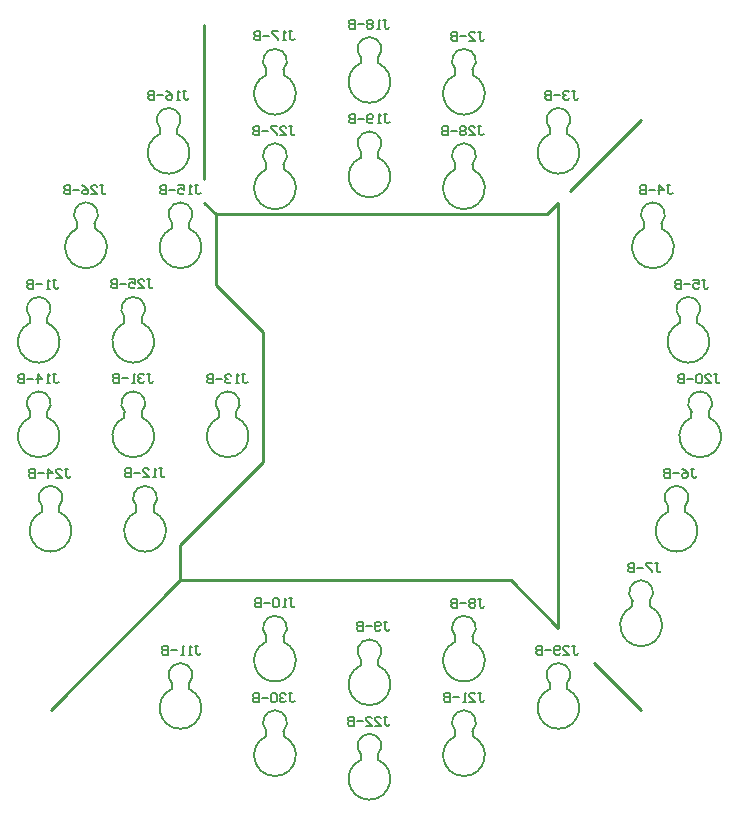
<source format=gbr>
G04 Layer_Color=32896*
%FSLAX26Y26*%
%MOIN*%
%TF.FileFunction,Legend,Bot*%
%TF.Part,Single*%
G01*
G75*
%TA.AperFunction,NonConductor*%
%ADD13C,0.010000*%
%ADD21C,0.005000*%
D13*
X-433070Y433070D02*
Y669292D01*
X-472440Y708662D02*
X-433070Y669292D01*
X708662Y-708662D02*
Y708662D01*
X748032Y748032D02*
X984252Y984252D01*
X-984252Y-984252D02*
X-551182Y-551182D01*
X551182D01*
X708662Y-708662D01*
X-551182Y-551182D02*
Y-433070D01*
X-275590Y-157480D01*
Y275590D01*
X-433070Y433070D02*
X-275590Y275590D01*
X669292Y669292D02*
X708662Y708662D01*
X-433070Y669292D02*
X669292D01*
X-472441Y787402D02*
Y1299213D01*
X826772Y-826772D02*
X984252Y-984252D01*
D21*
X-562267Y955968D02*
G03*
X-618836Y955968I-28284J28284D01*
G01*
X-619660Y937321D02*
G03*
X-561443Y937321I29108J-63069D01*
G01*
X-837857Y641007D02*
G03*
X-894426Y641007I-28284J28284D01*
G01*
X-895250Y622360D02*
G03*
X-837033Y622360I29108J-63069D01*
G01*
X-522897Y641007D02*
G03*
X-579465Y641007I-28284J28284D01*
G01*
X-580290Y622360D02*
G03*
X-522073Y622360I29108J-63069D01*
G01*
X-995338Y326046D02*
G03*
X-1051906Y326046I-28284J28284D01*
G01*
X-1052731Y307400D02*
G03*
X-994514Y307400I29108J-63069D01*
G01*
X-680377Y326046D02*
G03*
X-736946Y326046I-28284J28284D01*
G01*
X-737770Y307400D02*
G03*
X-679553Y307400I29108J-63069D01*
G01*
X-680377Y11086D02*
G03*
X-736946Y11086I-28284J28284D01*
G01*
X-737770Y-7561D02*
G03*
X-679553Y-7561I29108J-63069D01*
G01*
X-995338Y11086D02*
G03*
X-1051906Y11086I-28284J28284D01*
G01*
X-1052731Y-7561D02*
G03*
X-994514Y-7561I29108J-63069D01*
G01*
X-365416Y11086D02*
G03*
X-421985Y11086I-28284J28284D01*
G01*
X-422809Y-7561D02*
G03*
X-364592Y-7561I29108J-63069D01*
G01*
X-955968Y-303875D02*
G03*
X-1012536Y-303875I-28284J28284D01*
G01*
X-1013361Y-322522D02*
G03*
X-955144Y-322522I29108J-63069D01*
G01*
X-641007Y-303875D02*
G03*
X-697576Y-303875I-28284J28284D01*
G01*
X-698400Y-322522D02*
G03*
X-640183Y-322522I29108J-63069D01*
G01*
X-207936Y1152818D02*
G03*
X-264505Y1152818I-28284J28284D01*
G01*
X-265329Y1134171D02*
G03*
X-207112Y1134171I29108J-63069D01*
G01*
X-207936Y837857D02*
G03*
X-264505Y837857I-28284J28284D01*
G01*
X-265329Y819211D02*
G03*
X-207112Y819211I29108J-63069D01*
G01*
X107025Y1192188D02*
G03*
X50456Y1192188I-28284J28284D01*
G01*
X49632Y1173541D02*
G03*
X107849Y1173541I29108J-63069D01*
G01*
X107025Y877227D02*
G03*
X50456Y877227I-28284J28284D01*
G01*
X49632Y858581D02*
G03*
X107849Y858581I29108J-63069D01*
G01*
X421985Y1152818D02*
G03*
X365416Y1152818I-28284J28284D01*
G01*
X364592Y1134171D02*
G03*
X422809Y1134171I29108J-63069D01*
G01*
X421985Y837857D02*
G03*
X365416Y837857I-28284J28284D01*
G01*
X364592Y819211D02*
G03*
X422809Y819211I29108J-63069D01*
G01*
X736946Y955968D02*
G03*
X680377Y955968I-28284J28284D01*
G01*
X679553Y937321D02*
G03*
X737770Y937321I29108J-63069D01*
G01*
X1051906Y641007D02*
G03*
X995338Y641007I-28284J28284D01*
G01*
X994514Y622360D02*
G03*
X1052730Y622360I29108J-63069D01*
G01*
X1170017Y326046D02*
G03*
X1113448Y326046I-28284J28284D01*
G01*
X1112624Y307400D02*
G03*
X1170841Y307400I29108J-63069D01*
G01*
X1209387Y11086D02*
G03*
X1152818Y11086I-28284J28284D01*
G01*
X1151994Y-7561D02*
G03*
X1210211Y-7561I29108J-63069D01*
G01*
X1130647Y-303875D02*
G03*
X1074078Y-303875I-28284J28284D01*
G01*
X1073254Y-322522D02*
G03*
X1131471Y-322522I29108J-63069D01*
G01*
X1012536Y-618836D02*
G03*
X955968Y-618836I-28284J28284D01*
G01*
X955143Y-637482D02*
G03*
X1013360Y-637482I29108J-63069D01*
G01*
X-522897Y-894426D02*
G03*
X-579465Y-894426I-28284J28284D01*
G01*
X-580290Y-913073D02*
G03*
X-522073Y-913073I29108J-63069D01*
G01*
X-207936Y-1051906D02*
G03*
X-264505Y-1051906I-28284J28284D01*
G01*
X-265329Y-1070553D02*
G03*
X-207112Y-1070553I29108J-63069D01*
G01*
X-207936Y-736946D02*
G03*
X-264505Y-736946I-28284J28284D01*
G01*
X-265329Y-755592D02*
G03*
X-207112Y-755592I29108J-63069D01*
G01*
X107024Y-1130647D02*
G03*
X50456Y-1130647I-28284J28284D01*
G01*
X49632Y-1149293D02*
G03*
X107849Y-1149293I29108J-63069D01*
G01*
X107024Y-815686D02*
G03*
X50456Y-815686I-28284J28284D01*
G01*
X49632Y-834333D02*
G03*
X107849Y-834333I29108J-63069D01*
G01*
X421985Y-1051906D02*
G03*
X365416Y-1051906I-28284J28284D01*
G01*
X364592Y-1070553D02*
G03*
X422809Y-1070553I29108J-63069D01*
G01*
X421985Y-736946D02*
G03*
X365416Y-736946I-28284J28284D01*
G01*
X364592Y-755592D02*
G03*
X422809Y-755592I29108J-63069D01*
G01*
X736946Y-894426D02*
G03*
X680377Y-894426I-28284J28284D01*
G01*
X679553Y-913073D02*
G03*
X737770Y-913073I29108J-63069D01*
G01*
X-619660Y955144D02*
X-618836Y955968D01*
X-619660Y937320D02*
Y955144D01*
X-562266Y955968D02*
X-561442Y955144D01*
Y937320D02*
Y955144D01*
X-895250Y640182D02*
X-894426Y641008D01*
X-895250Y622360D02*
Y640182D01*
X-837858Y641008D02*
X-837034Y640182D01*
Y622360D02*
Y640182D01*
X-580290D02*
X-579466Y641008D01*
X-580290Y622360D02*
Y640182D01*
X-522896Y641008D02*
X-522072Y640182D01*
Y622360D02*
Y640182D01*
X-1052730Y325222D02*
X-1051906Y326046D01*
X-1052730Y307400D02*
Y325222D01*
X-995338Y326046D02*
X-994514Y325222D01*
Y307400D02*
Y325222D01*
X-737770D02*
X-736946Y326046D01*
X-737770Y307400D02*
Y325222D01*
X-680378Y326046D02*
X-679552Y325222D01*
Y307400D02*
Y325222D01*
X-737770Y10262D02*
X-736946Y11086D01*
X-737770Y-7560D02*
Y10262D01*
X-680378Y11086D02*
X-679552Y10262D01*
Y-7560D02*
Y10262D01*
X-1052730D02*
X-1051906Y11086D01*
X-1052730Y-7560D02*
Y10262D01*
X-995338Y11086D02*
X-994514Y10262D01*
Y-7560D02*
Y10262D01*
X-422810D02*
X-421986Y11086D01*
X-422810Y-7562D02*
Y10262D01*
X-365416Y11086D02*
X-364592Y10262D01*
Y-7562D02*
Y10262D01*
X-1013360Y-304700D02*
X-1012536Y-303874D01*
X-1013360Y-322522D02*
Y-304700D01*
X-955968Y-303874D02*
X-955144Y-304700D01*
Y-322522D02*
Y-304700D01*
X-698400Y-304698D02*
X-697576Y-303874D01*
X-698400Y-322522D02*
Y-304698D01*
X-641006Y-303874D02*
X-640182Y-304698D01*
Y-322522D02*
Y-304698D01*
X-265328Y1151994D02*
X-264504Y1152818D01*
X-265328Y1134172D02*
Y1151994D01*
X-207936Y1152818D02*
X-207112Y1151994D01*
Y1134172D02*
Y1151994D01*
X-265328Y837034D02*
X-264504Y837858D01*
X-265328Y819210D02*
Y837034D01*
X-207936Y837858D02*
X-207112Y837034D01*
Y819210D02*
Y837034D01*
X49632Y1191364D02*
X50456Y1192188D01*
X49632Y1173542D02*
Y1191364D01*
X107024Y1192188D02*
X107848Y1191364D01*
Y1173542D02*
Y1191364D01*
X49632Y876404D02*
X50456Y877228D01*
X49632Y858580D02*
Y876404D01*
X107024Y877228D02*
X107848Y876404D01*
Y858580D02*
Y876404D01*
X364592Y1151994D02*
X365416Y1152818D01*
X364592Y1134172D02*
Y1151994D01*
X421986Y1152818D02*
X422810Y1151994D01*
Y1134172D02*
Y1151994D01*
X364592Y837034D02*
X365416Y837858D01*
X364592Y819210D02*
Y837034D01*
X421986Y837858D02*
X422810Y837034D01*
Y819210D02*
Y837034D01*
X679552Y955144D02*
X680378Y955968D01*
X679552Y937320D02*
Y955144D01*
X736946Y955968D02*
X737770Y955144D01*
Y937320D02*
Y955144D01*
X994514Y640182D02*
X995338Y641008D01*
X994514Y622360D02*
Y640182D01*
X1051906Y641008D02*
X1052730Y640182D01*
Y622360D02*
Y640182D01*
X1112624Y325222D02*
X1113448Y326046D01*
X1112624Y307400D02*
Y325222D01*
X1170016Y326046D02*
X1170840Y325222D01*
Y307400D02*
Y325222D01*
X1151994Y10262D02*
X1152818Y11086D01*
X1151994Y-7560D02*
Y10262D01*
X1209386Y11086D02*
X1210210Y10262D01*
Y-7560D02*
Y10262D01*
X1073254Y-304700D02*
X1074078Y-303874D01*
X1073254Y-322522D02*
Y-304700D01*
X1130646Y-303874D02*
X1131470Y-304700D01*
Y-322522D02*
Y-304700D01*
X955144Y-619660D02*
X955968Y-618836D01*
X955144Y-637482D02*
Y-619660D01*
X1012536Y-618836D02*
X1013360Y-619660D01*
Y-637482D02*
Y-619660D01*
X-580290Y-895250D02*
X-579466Y-894426D01*
X-580290Y-913072D02*
Y-895250D01*
X-522896Y-894426D02*
X-522072Y-895250D01*
Y-913072D02*
Y-895250D01*
X-265328Y-1052730D02*
X-264504Y-1051906D01*
X-265328Y-1070554D02*
Y-1052730D01*
X-207936Y-1051906D02*
X-207112Y-1052730D01*
Y-1070554D02*
Y-1052730D01*
X-265328Y-737770D02*
X-264504Y-736946D01*
X-265328Y-755592D02*
Y-737770D01*
X-207936Y-736946D02*
X-207112Y-737770D01*
Y-755592D02*
Y-737770D01*
X49632Y-1131470D02*
X50456Y-1130646D01*
X49632Y-1149294D02*
Y-1131470D01*
X107024Y-1130646D02*
X107848Y-1131470D01*
Y-1149294D02*
Y-1131470D01*
X49632Y-816510D02*
X50456Y-815686D01*
X49632Y-834332D02*
Y-816510D01*
X107024Y-815686D02*
X107848Y-816510D01*
Y-834332D02*
Y-816510D01*
X364592Y-1052730D02*
X365416Y-1051906D01*
X364592Y-1070554D02*
Y-1052730D01*
X421986Y-1051906D02*
X422810Y-1052730D01*
Y-1070554D02*
Y-1052730D01*
X364592Y-737770D02*
X365416Y-736946D01*
X364592Y-755592D02*
Y-737770D01*
X421986Y-736946D02*
X422810Y-737770D01*
Y-755592D02*
Y-737770D01*
X679552Y-895250D02*
X680378Y-894426D01*
X679552Y-913072D02*
Y-895250D01*
X736946Y-894426D02*
X737770Y-895250D01*
Y-913072D02*
Y-895250D01*
X-976639Y451321D02*
X-966643D01*
X-971641D01*
Y426329D01*
X-966643Y421331D01*
X-961644D01*
X-956646Y426329D01*
X-986636Y421331D02*
X-996633D01*
X-991634D01*
Y451321D01*
X-986636Y446323D01*
X-1011628Y436326D02*
X-1031621D01*
X-1041618Y451321D02*
Y421331D01*
X-1056613D01*
X-1061612Y426329D01*
Y431327D01*
X-1056613Y436326D01*
X-1041618D01*
X-1056613D01*
X-1061612Y441324D01*
Y446323D01*
X-1056613Y451321D01*
X-1041618D01*
X440857Y1278250D02*
X450854D01*
X445855D01*
Y1253258D01*
X450854Y1248260D01*
X455852D01*
X460850Y1253258D01*
X410867Y1248260D02*
X430860D01*
X410867Y1268253D01*
Y1273252D01*
X415865Y1278250D01*
X425862D01*
X430860Y1273252D01*
X400870Y1263255D02*
X380876D01*
X370880Y1278250D02*
Y1248260D01*
X355884D01*
X350886Y1253258D01*
Y1258257D01*
X355884Y1263255D01*
X370880D01*
X355884D01*
X350886Y1268253D01*
Y1273252D01*
X355884Y1278250D01*
X370880D01*
X755487Y1081841D02*
X765484D01*
X760485D01*
Y1056849D01*
X765484Y1051850D01*
X770482D01*
X775481Y1056849D01*
X745490Y1076842D02*
X740492Y1081841D01*
X730495D01*
X725497Y1076842D01*
Y1071844D01*
X730495Y1066846D01*
X735493D01*
X730495D01*
X725497Y1061847D01*
Y1056849D01*
X730495Y1051850D01*
X740492D01*
X745490Y1056849D01*
X715500Y1066846D02*
X695506D01*
X685510Y1081841D02*
Y1051850D01*
X670514D01*
X665516Y1056849D01*
Y1061847D01*
X670514Y1066846D01*
X685510D01*
X670514D01*
X665516Y1071844D01*
Y1076842D01*
X670514Y1081841D01*
X685510D01*
X1070416Y766471D02*
X1080413D01*
X1075414D01*
Y741479D01*
X1080413Y736480D01*
X1085411D01*
X1090409Y741479D01*
X1045424Y736480D02*
Y766471D01*
X1060419Y751476D01*
X1040426D01*
X1030429D02*
X1010435D01*
X1000438Y766471D02*
Y736480D01*
X985443D01*
X980445Y741479D01*
Y746477D01*
X985443Y751476D01*
X1000438D01*
X985443D01*
X980445Y756474D01*
Y761472D01*
X985443Y766471D01*
X1000438D01*
X1188786Y451990D02*
X1198783D01*
X1193784D01*
Y426998D01*
X1198783Y422000D01*
X1203781D01*
X1208780Y426998D01*
X1158796Y451990D02*
X1178789D01*
Y436995D01*
X1168792Y441993D01*
X1163794D01*
X1158796Y436995D01*
Y426998D01*
X1163794Y422000D01*
X1173791D01*
X1178789Y426998D01*
X1148799Y436995D02*
X1128805D01*
X1118809Y451990D02*
Y422000D01*
X1103813D01*
X1098815Y426998D01*
Y431997D01*
X1103813Y436995D01*
X1118809D01*
X1103813D01*
X1098815Y441993D01*
Y446992D01*
X1103813Y451990D01*
X1118809D01*
X1149487Y-178380D02*
X1159484D01*
X1154485D01*
Y-203372D01*
X1159484Y-208370D01*
X1164482D01*
X1169480Y-203372D01*
X1119496Y-178380D02*
X1129493Y-183378D01*
X1139490Y-193375D01*
Y-203372D01*
X1134492Y-208370D01*
X1124495D01*
X1119496Y-203372D01*
Y-198373D01*
X1124495Y-193375D01*
X1139490D01*
X1109500D02*
X1089506D01*
X1079509Y-178380D02*
Y-208370D01*
X1064514D01*
X1059516Y-203372D01*
Y-198373D01*
X1064514Y-193375D01*
X1079509D01*
X1064514D01*
X1059516Y-188377D01*
Y-183378D01*
X1064514Y-178380D01*
X1079509D01*
X1031377Y-493490D02*
X1041373D01*
X1036375D01*
Y-518482D01*
X1041373Y-523480D01*
X1046372D01*
X1051370Y-518482D01*
X1021380Y-493490D02*
X1001386D01*
Y-498488D01*
X1021380Y-518482D01*
Y-523480D01*
X991389Y-508485D02*
X971396D01*
X961399Y-493490D02*
Y-523480D01*
X946404D01*
X941406Y-518482D01*
Y-513484D01*
X946404Y-508485D01*
X961399D01*
X946404D01*
X941406Y-503487D01*
Y-498488D01*
X946404Y-493490D01*
X961399D01*
X440636Y-611640D02*
X450633D01*
X445635D01*
Y-636631D01*
X450633Y-641630D01*
X455632D01*
X460630Y-636631D01*
X430640Y-616638D02*
X425641Y-611640D01*
X415644D01*
X410646Y-616638D01*
Y-621636D01*
X415644Y-626635D01*
X410646Y-631633D01*
Y-636631D01*
X415644Y-641630D01*
X425641D01*
X430640Y-636631D01*
Y-631633D01*
X425641Y-626635D01*
X430640Y-621636D01*
Y-616638D01*
X425641Y-626635D02*
X415644D01*
X400649D02*
X380656D01*
X370659Y-611640D02*
Y-641630D01*
X355664D01*
X350666Y-636631D01*
Y-631633D01*
X355664Y-626635D01*
X370659D01*
X355664D01*
X350666Y-621636D01*
Y-616638D01*
X355664Y-611640D01*
X370659D01*
X126156Y-689419D02*
X136153D01*
X131154D01*
Y-714411D01*
X136153Y-719409D01*
X141151D01*
X146149Y-714411D01*
X116159D02*
X111161Y-719409D01*
X101164D01*
X96166Y-714411D01*
Y-694418D01*
X101164Y-689419D01*
X111161D01*
X116159Y-694418D01*
Y-699416D01*
X111161Y-704414D01*
X96166D01*
X86169D02*
X66175D01*
X56179Y-689419D02*
Y-719409D01*
X41183D01*
X36185Y-714411D01*
Y-709413D01*
X41183Y-704414D01*
X56179D01*
X41183D01*
X36185Y-699416D01*
Y-694418D01*
X41183Y-689419D01*
X56179D01*
X-189364Y-610899D02*
X-179367D01*
X-184365D01*
Y-635891D01*
X-179367Y-640890D01*
X-174369D01*
X-169370Y-635891D01*
X-199360Y-640890D02*
X-209357D01*
X-204359D01*
Y-610899D01*
X-199360Y-615898D01*
X-224352D02*
X-229351Y-610899D01*
X-239347D01*
X-244346Y-615898D01*
Y-635891D01*
X-239347Y-640890D01*
X-229351D01*
X-224352Y-635891D01*
Y-615898D01*
X-254343Y-625894D02*
X-274336D01*
X-284333Y-610899D02*
Y-640890D01*
X-299328D01*
X-304326Y-635891D01*
Y-630893D01*
X-299328Y-625894D01*
X-284333D01*
X-299328D01*
X-304326Y-620896D01*
Y-615898D01*
X-299328Y-610899D01*
X-284333D01*
X-504103Y-768159D02*
X-494107D01*
X-499105D01*
Y-793151D01*
X-494107Y-798150D01*
X-489108D01*
X-484110Y-793151D01*
X-514100Y-798150D02*
X-524097D01*
X-519099D01*
Y-768159D01*
X-514100Y-773158D01*
X-539092Y-798150D02*
X-549089D01*
X-544091D01*
Y-768159D01*
X-539092Y-773158D01*
X-564084Y-783154D02*
X-584078D01*
X-594074Y-768159D02*
Y-798150D01*
X-609070D01*
X-614068Y-793151D01*
Y-788153D01*
X-609070Y-783154D01*
X-594074D01*
X-609070D01*
X-614068Y-778156D01*
Y-773158D01*
X-609070Y-768159D01*
X-594074D01*
X-622734Y-177773D02*
X-612737D01*
X-617735D01*
Y-202765D01*
X-612737Y-207764D01*
X-607739D01*
X-602740Y-202765D01*
X-632730Y-207764D02*
X-642727D01*
X-637729D01*
Y-177773D01*
X-632730Y-182772D01*
X-677716Y-207764D02*
X-657722D01*
X-677716Y-187770D01*
Y-182772D01*
X-672717Y-177773D01*
X-662721D01*
X-657722Y-182772D01*
X-687713Y-192768D02*
X-707706D01*
X-717703Y-177773D02*
Y-207764D01*
X-732698D01*
X-737696Y-202765D01*
Y-197767D01*
X-732698Y-192768D01*
X-717703D01*
X-732698D01*
X-737696Y-187770D01*
Y-182772D01*
X-732698Y-177773D01*
X-717703D01*
X-347143Y136636D02*
X-337146D01*
X-342145D01*
Y111644D01*
X-337146Y106646D01*
X-332148D01*
X-327150Y111644D01*
X-357140Y106646D02*
X-367137D01*
X-362138D01*
Y136636D01*
X-357140Y131637D01*
X-382132D02*
X-387130Y136636D01*
X-397127D01*
X-402125Y131637D01*
Y126639D01*
X-397127Y121641D01*
X-392129D01*
X-397127D01*
X-402125Y116642D01*
Y111644D01*
X-397127Y106646D01*
X-387130D01*
X-382132Y111644D01*
X-412122Y121641D02*
X-432116D01*
X-442112Y136636D02*
Y106646D01*
X-457108D01*
X-462106Y111644D01*
Y116642D01*
X-457108Y121641D01*
X-442112D01*
X-457108D01*
X-462106Y126639D01*
Y131637D01*
X-457108Y136636D01*
X-442112D01*
X-976639Y136360D02*
X-966643D01*
X-971641D01*
Y111368D01*
X-966643Y106370D01*
X-961644D01*
X-956646Y111368D01*
X-986636Y106370D02*
X-996633D01*
X-991634D01*
Y136360D01*
X-986636Y131362D01*
X-1026623Y106370D02*
Y136360D01*
X-1011628Y121365D01*
X-1031621D01*
X-1041618D02*
X-1061612D01*
X-1071609Y136360D02*
Y106370D01*
X-1086604D01*
X-1091602Y111368D01*
Y116367D01*
X-1086604Y121365D01*
X-1071609D01*
X-1086604D01*
X-1091602Y126364D01*
Y131362D01*
X-1086604Y136360D01*
X-1071609D01*
X-504198Y767006D02*
X-494202D01*
X-499200D01*
Y742014D01*
X-494202Y737016D01*
X-489203D01*
X-484205Y742014D01*
X-514195Y737016D02*
X-524192D01*
X-519193D01*
Y767006D01*
X-514195Y762008D01*
X-559180Y767006D02*
X-539187D01*
Y752011D01*
X-549184Y757009D01*
X-554182D01*
X-559180Y752011D01*
Y742014D01*
X-554182Y737016D01*
X-544185D01*
X-539187Y742014D01*
X-569177Y752011D02*
X-589171D01*
X-599168Y767006D02*
Y737016D01*
X-614163D01*
X-619161Y742014D01*
Y747013D01*
X-614163Y752011D01*
X-599168D01*
X-614163D01*
X-619161Y757009D01*
Y762008D01*
X-614163Y767006D01*
X-599168D01*
X-543143Y1081416D02*
X-533146D01*
X-538145D01*
Y1056424D01*
X-533146Y1051425D01*
X-528148D01*
X-523150Y1056424D01*
X-553140Y1051425D02*
X-563137D01*
X-558138D01*
Y1081416D01*
X-553140Y1076417D01*
X-598125Y1081416D02*
X-588129Y1076417D01*
X-578132Y1066420D01*
Y1056424D01*
X-583130Y1051425D01*
X-593127D01*
X-598125Y1056424D01*
Y1061422D01*
X-593127Y1066420D01*
X-578132D01*
X-608122D02*
X-628116D01*
X-638112Y1081416D02*
Y1051425D01*
X-653108D01*
X-658106Y1056424D01*
Y1061422D01*
X-653108Y1066420D01*
X-638112D01*
X-653108D01*
X-658106Y1071419D01*
Y1076417D01*
X-653108Y1081416D01*
X-638112D01*
X-189513Y1278880D02*
X-179516D01*
X-184515D01*
Y1253888D01*
X-179516Y1248890D01*
X-174518D01*
X-169520Y1253888D01*
X-199510Y1248890D02*
X-209507D01*
X-204508D01*
Y1278880D01*
X-199510Y1273882D01*
X-224502Y1278880D02*
X-244495D01*
Y1273882D01*
X-224502Y1253888D01*
Y1248890D01*
X-254492Y1263885D02*
X-274486D01*
X-284482Y1278880D02*
Y1248890D01*
X-299478D01*
X-304476Y1253888D01*
Y1258887D01*
X-299478Y1263885D01*
X-284482D01*
X-299478D01*
X-304476Y1268883D01*
Y1273882D01*
X-299478Y1278880D01*
X-284482D01*
X125267Y1318360D02*
X135263D01*
X130265D01*
Y1293368D01*
X135263Y1288370D01*
X140262D01*
X145260Y1293368D01*
X115270Y1288370D02*
X105273D01*
X110272D01*
Y1318360D01*
X115270Y1313362D01*
X90278D02*
X85280Y1318360D01*
X75283D01*
X70284Y1313362D01*
Y1308363D01*
X75283Y1303365D01*
X70284Y1298367D01*
Y1293368D01*
X75283Y1288370D01*
X85280D01*
X90278Y1293368D01*
Y1298367D01*
X85280Y1303365D01*
X90278Y1308363D01*
Y1313362D01*
X85280Y1303365D02*
X75283D01*
X60288D02*
X40294D01*
X30297Y1318360D02*
Y1288370D01*
X15302D01*
X10304Y1293368D01*
Y1298367D01*
X15302Y1303365D01*
X30297D01*
X15302D01*
X10304Y1308363D01*
Y1313362D01*
X15302Y1318360D01*
X30297D01*
X126117Y1003250D02*
X136114D01*
X131115D01*
Y978258D01*
X136114Y973260D01*
X141112D01*
X146111Y978258D01*
X116120Y973260D02*
X106124D01*
X111122D01*
Y1003250D01*
X116120Y998252D01*
X91128Y978258D02*
X86130Y973260D01*
X76133D01*
X71135Y978258D01*
Y998252D01*
X76133Y1003250D01*
X86130D01*
X91128Y998252D01*
Y993253D01*
X86130Y988255D01*
X71135D01*
X61138D02*
X41145D01*
X31148Y1003250D02*
Y973260D01*
X16153D01*
X11154Y978258D01*
Y983257D01*
X16153Y988255D01*
X31148D01*
X16153D01*
X11154Y993253D01*
Y998252D01*
X16153Y1003250D01*
X31148D01*
X1228526Y136990D02*
X1238523D01*
X1233525D01*
Y111998D01*
X1238523Y107000D01*
X1243521D01*
X1248520Y111998D01*
X1198536Y107000D02*
X1218530D01*
X1198536Y126993D01*
Y131992D01*
X1203534Y136990D01*
X1213531D01*
X1218530Y131992D01*
X1188539D02*
X1183541Y136990D01*
X1173544D01*
X1168546Y131992D01*
Y111998D01*
X1173544Y107000D01*
X1183541D01*
X1188539Y111998D01*
Y131992D01*
X1158549Y121995D02*
X1138555D01*
X1128559Y136990D02*
Y107000D01*
X1113563D01*
X1108565Y111998D01*
Y116997D01*
X1113563Y121995D01*
X1128559D01*
X1113563D01*
X1108565Y126993D01*
Y131992D01*
X1113563Y136990D01*
X1128559D01*
X440857Y-925860D02*
X450854D01*
X445855D01*
Y-950852D01*
X450854Y-955850D01*
X455852D01*
X460850Y-950852D01*
X410867Y-955850D02*
X430860D01*
X410867Y-935857D01*
Y-930858D01*
X415865Y-925860D01*
X425862D01*
X430860Y-930858D01*
X400870Y-955850D02*
X390873D01*
X395871D01*
Y-925860D01*
X400870Y-930858D01*
X375878Y-940855D02*
X355884D01*
X345888Y-925860D02*
Y-955850D01*
X330892D01*
X325894Y-950852D01*
Y-945854D01*
X330892Y-940855D01*
X345888D01*
X330892D01*
X325894Y-935857D01*
Y-930858D01*
X330892Y-925860D01*
X345888D01*
X126006Y-1004718D02*
X136003D01*
X131005D01*
Y-1029710D01*
X136003Y-1034709D01*
X141001D01*
X146000Y-1029710D01*
X96016Y-1034709D02*
X116010D01*
X96016Y-1014715D01*
Y-1009717D01*
X101014Y-1004718D01*
X111011D01*
X116010Y-1009717D01*
X66026Y-1034709D02*
X86019D01*
X66026Y-1014715D01*
Y-1009717D01*
X71024Y-1004718D01*
X81021D01*
X86019Y-1009717D01*
X56029Y-1019713D02*
X36035D01*
X26039Y-1004718D02*
Y-1034709D01*
X11043D01*
X6045Y-1029710D01*
Y-1024712D01*
X11043Y-1019713D01*
X26039D01*
X11043D01*
X6045Y-1014715D01*
Y-1009717D01*
X11043Y-1004718D01*
X26039D01*
X-936844Y-178474D02*
X-926847D01*
X-931846D01*
Y-203466D01*
X-926847Y-208465D01*
X-921849D01*
X-916850Y-203466D01*
X-966834Y-208465D02*
X-946841D01*
X-966834Y-188471D01*
Y-183473D01*
X-961836Y-178474D01*
X-951839D01*
X-946841Y-183473D01*
X-991826Y-208465D02*
Y-178474D01*
X-976831Y-193469D01*
X-996824D01*
X-1006821D02*
X-1026815D01*
X-1036812Y-178474D02*
Y-208465D01*
X-1051807D01*
X-1056805Y-203466D01*
Y-198468D01*
X-1051807Y-193469D01*
X-1036812D01*
X-1051807D01*
X-1056805Y-188471D01*
Y-183473D01*
X-1051807Y-178474D01*
X-1036812D01*
X-661678Y452171D02*
X-651682D01*
X-656680D01*
Y427180D01*
X-651682Y422181D01*
X-646683D01*
X-641685Y427180D01*
X-691669Y422181D02*
X-671675D01*
X-691669Y442175D01*
Y447173D01*
X-686670Y452171D01*
X-676674D01*
X-671675Y447173D01*
X-721659Y452171D02*
X-701666D01*
Y437176D01*
X-711662Y442175D01*
X-716661D01*
X-721659Y437176D01*
Y427180D01*
X-716661Y422181D01*
X-706664D01*
X-701666Y427180D01*
X-731656Y437176D02*
X-751649D01*
X-761646Y452171D02*
Y422181D01*
X-776641D01*
X-781640Y427180D01*
Y432178D01*
X-776641Y437176D01*
X-761646D01*
X-776641D01*
X-781640Y442175D01*
Y447173D01*
X-776641Y452171D01*
X-761646D01*
X-819159Y766730D02*
X-809162D01*
X-814160D01*
Y741739D01*
X-809162Y736740D01*
X-804164D01*
X-799165Y741739D01*
X-849149Y736740D02*
X-829156D01*
X-849149Y756734D01*
Y761732D01*
X-844151Y766730D01*
X-834154D01*
X-829156Y761732D01*
X-879139Y766730D02*
X-869143Y761732D01*
X-859146Y751735D01*
Y741739D01*
X-864144Y736740D01*
X-874141D01*
X-879139Y741739D01*
Y746737D01*
X-874141Y751735D01*
X-859146D01*
X-889136D02*
X-909130D01*
X-919126Y766730D02*
Y736740D01*
X-934122D01*
X-939120Y741739D01*
Y746737D01*
X-934122Y751735D01*
X-919126D01*
X-934122D01*
X-939120Y756734D01*
Y761732D01*
X-934122Y766730D01*
X-919126D01*
X-189253Y963250D02*
X-179257D01*
X-184255D01*
Y938258D01*
X-179257Y933260D01*
X-174258D01*
X-169260Y938258D01*
X-219244Y933260D02*
X-199250D01*
X-219244Y953253D01*
Y958252D01*
X-214245Y963250D01*
X-204249D01*
X-199250Y958252D01*
X-229240Y963250D02*
X-249234D01*
Y958252D01*
X-229240Y938258D01*
Y933260D01*
X-259231Y948255D02*
X-279224D01*
X-289221Y963250D02*
Y933260D01*
X-304216D01*
X-309214Y938258D01*
Y943257D01*
X-304216Y948255D01*
X-289221D01*
X-304216D01*
X-309214Y953253D01*
Y958252D01*
X-304216Y963250D01*
X-289221D01*
X440487Y963510D02*
X450484D01*
X445485D01*
Y938518D01*
X450484Y933520D01*
X455482D01*
X460481Y938518D01*
X410497Y933520D02*
X430490D01*
X410497Y953513D01*
Y958512D01*
X415495Y963510D01*
X425492D01*
X430490Y958512D01*
X400500D02*
X395502Y963510D01*
X385505D01*
X380506Y958512D01*
Y953513D01*
X385505Y948515D01*
X380506Y943516D01*
Y938518D01*
X385505Y933520D01*
X395502D01*
X400500Y938518D01*
Y943516D01*
X395502Y948515D01*
X400500Y953513D01*
Y958512D01*
X395502Y948515D02*
X385505D01*
X370510D02*
X350516D01*
X340519Y963510D02*
Y933520D01*
X325524D01*
X320526Y938518D01*
Y943516D01*
X325524Y948515D01*
X340519D01*
X325524D01*
X320526Y953513D01*
Y958512D01*
X325524Y963510D01*
X340519D01*
X755266Y-768789D02*
X765263D01*
X760265D01*
Y-793781D01*
X765263Y-798780D01*
X770261D01*
X775260Y-793781D01*
X725276Y-798780D02*
X745269D01*
X725276Y-778786D01*
Y-773788D01*
X730274Y-768789D01*
X740271D01*
X745269Y-773788D01*
X715279Y-793781D02*
X710281Y-798780D01*
X700284D01*
X695286Y-793781D01*
Y-773788D01*
X700284Y-768789D01*
X710281D01*
X715279Y-773788D01*
Y-778786D01*
X710281Y-783784D01*
X695286D01*
X685289D02*
X665295D01*
X655299Y-768789D02*
Y-798780D01*
X640303D01*
X635305Y-793781D01*
Y-788783D01*
X640303Y-783784D01*
X655299D01*
X640303D01*
X635305Y-778786D01*
Y-773788D01*
X640303Y-768789D01*
X655299D01*
X-189733Y-926419D02*
X-179737D01*
X-184735D01*
Y-951411D01*
X-179737Y-956409D01*
X-174738D01*
X-169740Y-951411D01*
X-199730Y-931418D02*
X-204729Y-926419D01*
X-214726D01*
X-219724Y-931418D01*
Y-936416D01*
X-214726Y-941414D01*
X-209727D01*
X-214726D01*
X-219724Y-946413D01*
Y-951411D01*
X-214726Y-956409D01*
X-204729D01*
X-199730Y-951411D01*
X-229721Y-931418D02*
X-234719Y-926419D01*
X-244716D01*
X-249714Y-931418D01*
Y-951411D01*
X-244716Y-956409D01*
X-234719D01*
X-229721Y-951411D01*
Y-931418D01*
X-259711Y-941414D02*
X-279704D01*
X-289701Y-926419D02*
Y-956409D01*
X-304696D01*
X-309695Y-951411D01*
Y-946413D01*
X-304696Y-941414D01*
X-289701D01*
X-304696D01*
X-309695Y-936416D01*
Y-931418D01*
X-304696Y-926419D01*
X-289701D01*
X-661553Y137211D02*
X-651556D01*
X-656554D01*
Y112219D01*
X-651556Y107221D01*
X-646558D01*
X-641559Y112219D01*
X-671549Y132212D02*
X-676548Y137211D01*
X-686545D01*
X-691543Y132212D01*
Y127214D01*
X-686545Y122216D01*
X-681546D01*
X-686545D01*
X-691543Y117217D01*
Y112219D01*
X-686545Y107221D01*
X-676548D01*
X-671549Y112219D01*
X-701540Y107221D02*
X-711537D01*
X-706538D01*
Y137211D01*
X-701540Y132212D01*
X-726532Y122216D02*
X-746525D01*
X-756522Y137211D02*
Y107221D01*
X-771517D01*
X-776515Y112219D01*
Y117217D01*
X-771517Y122216D01*
X-756522D01*
X-771517D01*
X-776515Y127214D01*
Y132212D01*
X-771517Y137211D01*
X-756522D01*
%TF.MD5,4ace8d52c040aa2a497bccfa2377f5d4*%
M02*

</source>
